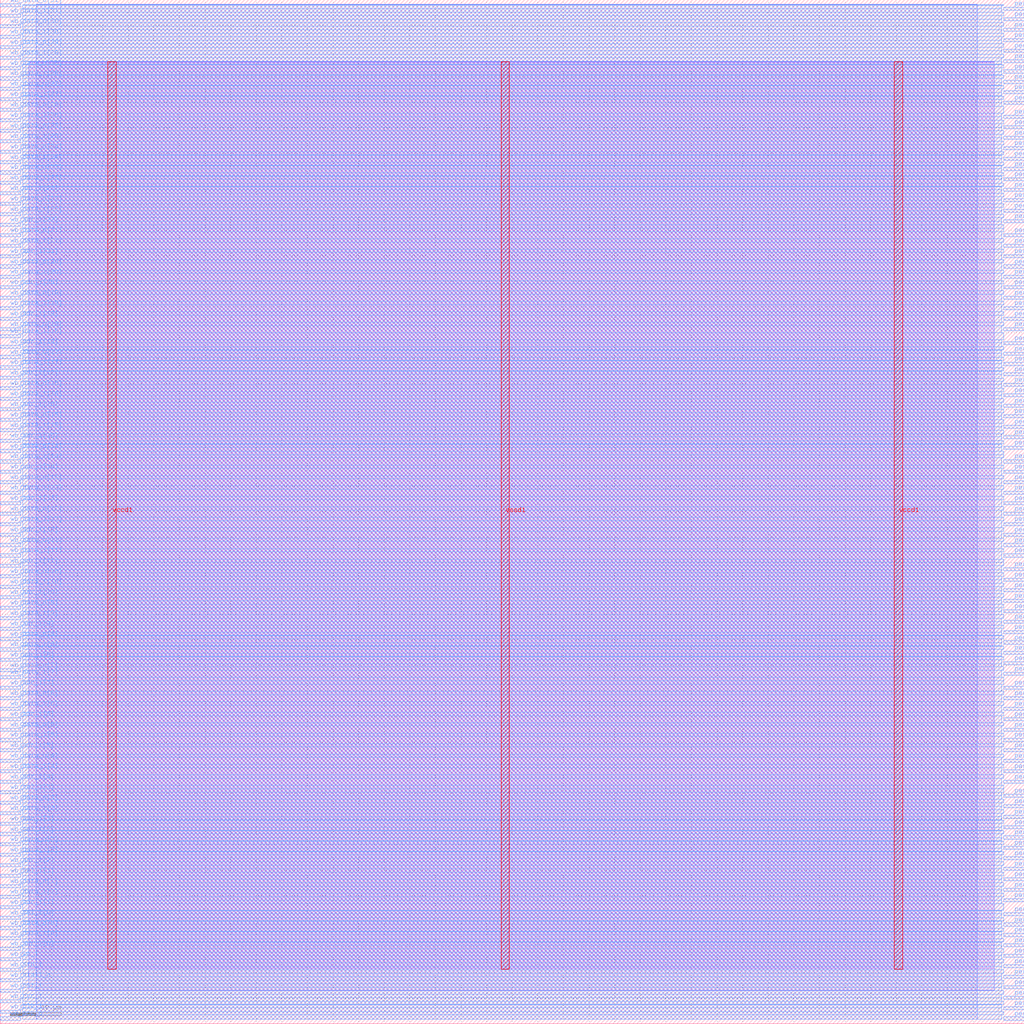
<source format=lef>
VERSION 5.7 ;
  NOWIREEXTENSIONATPIN ON ;
  DIVIDERCHAR "/" ;
  BUSBITCHARS "[]" ;
MACRO WBPeripheralBusInterface
  CLASS BLOCK ;
  FOREIGN WBPeripheralBusInterface ;
  ORIGIN 0.000 0.000 ;
  SIZE 200.000 BY 200.000 ;
  PIN peripheralBus_address[0]
    DIRECTION OUTPUT TRISTATE ;
    USE SIGNAL ;
    PORT
      LAYER met3 ;
        RECT 196.000 6.840 200.000 7.440 ;
    END
  END peripheralBus_address[0]
  PIN peripheralBus_address[10]
    DIRECTION OUTPUT TRISTATE ;
    USE SIGNAL ;
    PORT
      LAYER met3 ;
        RECT 196.000 78.240 200.000 78.840 ;
    END
  END peripheralBus_address[10]
  PIN peripheralBus_address[11]
    DIRECTION OUTPUT TRISTATE ;
    USE SIGNAL ;
    PORT
      LAYER met3 ;
        RECT 196.000 84.360 200.000 84.960 ;
    END
  END peripheralBus_address[11]
  PIN peripheralBus_address[12]
    DIRECTION OUTPUT TRISTATE ;
    USE SIGNAL ;
    PORT
      LAYER met3 ;
        RECT 196.000 91.160 200.000 91.760 ;
    END
  END peripheralBus_address[12]
  PIN peripheralBus_address[13]
    DIRECTION OUTPUT TRISTATE ;
    USE SIGNAL ;
    PORT
      LAYER met3 ;
        RECT 196.000 97.280 200.000 97.880 ;
    END
  END peripheralBus_address[13]
  PIN peripheralBus_address[14]
    DIRECTION OUTPUT TRISTATE ;
    USE SIGNAL ;
    PORT
      LAYER met3 ;
        RECT 196.000 103.400 200.000 104.000 ;
    END
  END peripheralBus_address[14]
  PIN peripheralBus_address[15]
    DIRECTION OUTPUT TRISTATE ;
    USE SIGNAL ;
    PORT
      LAYER met3 ;
        RECT 196.000 109.520 200.000 110.120 ;
    END
  END peripheralBus_address[15]
  PIN peripheralBus_address[16]
    DIRECTION OUTPUT TRISTATE ;
    USE SIGNAL ;
    PORT
      LAYER met3 ;
        RECT 196.000 116.320 200.000 116.920 ;
    END
  END peripheralBus_address[16]
  PIN peripheralBus_address[17]
    DIRECTION OUTPUT TRISTATE ;
    USE SIGNAL ;
    PORT
      LAYER met3 ;
        RECT 196.000 122.440 200.000 123.040 ;
    END
  END peripheralBus_address[17]
  PIN peripheralBus_address[18]
    DIRECTION OUTPUT TRISTATE ;
    USE SIGNAL ;
    PORT
      LAYER met3 ;
        RECT 196.000 128.560 200.000 129.160 ;
    END
  END peripheralBus_address[18]
  PIN peripheralBus_address[19]
    DIRECTION OUTPUT TRISTATE ;
    USE SIGNAL ;
    PORT
      LAYER met3 ;
        RECT 196.000 135.360 200.000 135.960 ;
    END
  END peripheralBus_address[19]
  PIN peripheralBus_address[1]
    DIRECTION OUTPUT TRISTATE ;
    USE SIGNAL ;
    PORT
      LAYER met3 ;
        RECT 196.000 15.000 200.000 15.600 ;
    END
  END peripheralBus_address[1]
  PIN peripheralBus_address[20]
    DIRECTION OUTPUT TRISTATE ;
    USE SIGNAL ;
    PORT
      LAYER met3 ;
        RECT 196.000 141.480 200.000 142.080 ;
    END
  END peripheralBus_address[20]
  PIN peripheralBus_address[21]
    DIRECTION OUTPUT TRISTATE ;
    USE SIGNAL ;
    PORT
      LAYER met3 ;
        RECT 196.000 147.600 200.000 148.200 ;
    END
  END peripheralBus_address[21]
  PIN peripheralBus_address[22]
    DIRECTION OUTPUT TRISTATE ;
    USE SIGNAL ;
    PORT
      LAYER met3 ;
        RECT 196.000 153.720 200.000 154.320 ;
    END
  END peripheralBus_address[22]
  PIN peripheralBus_address[23]
    DIRECTION OUTPUT TRISTATE ;
    USE SIGNAL ;
    PORT
      LAYER met3 ;
        RECT 196.000 160.520 200.000 161.120 ;
    END
  END peripheralBus_address[23]
  PIN peripheralBus_address[2]
    DIRECTION OUTPUT TRISTATE ;
    USE SIGNAL ;
    PORT
      LAYER met3 ;
        RECT 196.000 23.840 200.000 24.440 ;
    END
  END peripheralBus_address[2]
  PIN peripheralBus_address[3]
    DIRECTION OUTPUT TRISTATE ;
    USE SIGNAL ;
    PORT
      LAYER met3 ;
        RECT 196.000 32.000 200.000 32.600 ;
    END
  END peripheralBus_address[3]
  PIN peripheralBus_address[4]
    DIRECTION OUTPUT TRISTATE ;
    USE SIGNAL ;
    PORT
      LAYER met3 ;
        RECT 196.000 40.160 200.000 40.760 ;
    END
  END peripheralBus_address[4]
  PIN peripheralBus_address[5]
    DIRECTION OUTPUT TRISTATE ;
    USE SIGNAL ;
    PORT
      LAYER met3 ;
        RECT 196.000 46.960 200.000 47.560 ;
    END
  END peripheralBus_address[5]
  PIN peripheralBus_address[6]
    DIRECTION OUTPUT TRISTATE ;
    USE SIGNAL ;
    PORT
      LAYER met3 ;
        RECT 196.000 53.080 200.000 53.680 ;
    END
  END peripheralBus_address[6]
  PIN peripheralBus_address[7]
    DIRECTION OUTPUT TRISTATE ;
    USE SIGNAL ;
    PORT
      LAYER met3 ;
        RECT 196.000 59.200 200.000 59.800 ;
    END
  END peripheralBus_address[7]
  PIN peripheralBus_address[8]
    DIRECTION OUTPUT TRISTATE ;
    USE SIGNAL ;
    PORT
      LAYER met3 ;
        RECT 196.000 65.320 200.000 65.920 ;
    END
  END peripheralBus_address[8]
  PIN peripheralBus_address[9]
    DIRECTION OUTPUT TRISTATE ;
    USE SIGNAL ;
    PORT
      LAYER met3 ;
        RECT 196.000 72.120 200.000 72.720 ;
    END
  END peripheralBus_address[9]
  PIN peripheralBus_busy
    DIRECTION INPUT ;
    USE SIGNAL ;
    PORT
      LAYER met3 ;
        RECT 196.000 0.720 200.000 1.320 ;
    END
  END peripheralBus_busy
  PIN peripheralBus_byteSelect[0]
    DIRECTION OUTPUT TRISTATE ;
    USE SIGNAL ;
    PORT
      LAYER met3 ;
        RECT 196.000 8.880 200.000 9.480 ;
    END
  END peripheralBus_byteSelect[0]
  PIN peripheralBus_byteSelect[1]
    DIRECTION OUTPUT TRISTATE ;
    USE SIGNAL ;
    PORT
      LAYER met3 ;
        RECT 196.000 17.040 200.000 17.640 ;
    END
  END peripheralBus_byteSelect[1]
  PIN peripheralBus_byteSelect[2]
    DIRECTION OUTPUT TRISTATE ;
    USE SIGNAL ;
    PORT
      LAYER met3 ;
        RECT 196.000 25.880 200.000 26.480 ;
    END
  END peripheralBus_byteSelect[2]
  PIN peripheralBus_byteSelect[3]
    DIRECTION OUTPUT TRISTATE ;
    USE SIGNAL ;
    PORT
      LAYER met3 ;
        RECT 196.000 34.040 200.000 34.640 ;
    END
  END peripheralBus_byteSelect[3]
  PIN peripheralBus_dataRead[0]
    DIRECTION INPUT ;
    USE SIGNAL ;
    PORT
      LAYER met3 ;
        RECT 196.000 10.920 200.000 11.520 ;
    END
  END peripheralBus_dataRead[0]
  PIN peripheralBus_dataRead[10]
    DIRECTION INPUT ;
    USE SIGNAL ;
    PORT
      LAYER met3 ;
        RECT 196.000 80.280 200.000 80.880 ;
    END
  END peripheralBus_dataRead[10]
  PIN peripheralBus_dataRead[11]
    DIRECTION INPUT ;
    USE SIGNAL ;
    PORT
      LAYER met3 ;
        RECT 196.000 86.400 200.000 87.000 ;
    END
  END peripheralBus_dataRead[11]
  PIN peripheralBus_dataRead[12]
    DIRECTION INPUT ;
    USE SIGNAL ;
    PORT
      LAYER met3 ;
        RECT 196.000 93.200 200.000 93.800 ;
    END
  END peripheralBus_dataRead[12]
  PIN peripheralBus_dataRead[13]
    DIRECTION INPUT ;
    USE SIGNAL ;
    PORT
      LAYER met3 ;
        RECT 196.000 99.320 200.000 99.920 ;
    END
  END peripheralBus_dataRead[13]
  PIN peripheralBus_dataRead[14]
    DIRECTION INPUT ;
    USE SIGNAL ;
    PORT
      LAYER met3 ;
        RECT 196.000 105.440 200.000 106.040 ;
    END
  END peripheralBus_dataRead[14]
  PIN peripheralBus_dataRead[15]
    DIRECTION INPUT ;
    USE SIGNAL ;
    PORT
      LAYER met3 ;
        RECT 196.000 112.240 200.000 112.840 ;
    END
  END peripheralBus_dataRead[15]
  PIN peripheralBus_dataRead[16]
    DIRECTION INPUT ;
    USE SIGNAL ;
    PORT
      LAYER met3 ;
        RECT 196.000 118.360 200.000 118.960 ;
    END
  END peripheralBus_dataRead[16]
  PIN peripheralBus_dataRead[17]
    DIRECTION INPUT ;
    USE SIGNAL ;
    PORT
      LAYER met3 ;
        RECT 196.000 124.480 200.000 125.080 ;
    END
  END peripheralBus_dataRead[17]
  PIN peripheralBus_dataRead[18]
    DIRECTION INPUT ;
    USE SIGNAL ;
    PORT
      LAYER met3 ;
        RECT 196.000 130.600 200.000 131.200 ;
    END
  END peripheralBus_dataRead[18]
  PIN peripheralBus_dataRead[19]
    DIRECTION INPUT ;
    USE SIGNAL ;
    PORT
      LAYER met3 ;
        RECT 196.000 137.400 200.000 138.000 ;
    END
  END peripheralBus_dataRead[19]
  PIN peripheralBus_dataRead[1]
    DIRECTION INPUT ;
    USE SIGNAL ;
    PORT
      LAYER met3 ;
        RECT 196.000 19.080 200.000 19.680 ;
    END
  END peripheralBus_dataRead[1]
  PIN peripheralBus_dataRead[20]
    DIRECTION INPUT ;
    USE SIGNAL ;
    PORT
      LAYER met3 ;
        RECT 196.000 143.520 200.000 144.120 ;
    END
  END peripheralBus_dataRead[20]
  PIN peripheralBus_dataRead[21]
    DIRECTION INPUT ;
    USE SIGNAL ;
    PORT
      LAYER met3 ;
        RECT 196.000 149.640 200.000 150.240 ;
    END
  END peripheralBus_dataRead[21]
  PIN peripheralBus_dataRead[22]
    DIRECTION INPUT ;
    USE SIGNAL ;
    PORT
      LAYER met3 ;
        RECT 196.000 156.440 200.000 157.040 ;
    END
  END peripheralBus_dataRead[22]
  PIN peripheralBus_dataRead[23]
    DIRECTION INPUT ;
    USE SIGNAL ;
    PORT
      LAYER met3 ;
        RECT 196.000 162.560 200.000 163.160 ;
    END
  END peripheralBus_dataRead[23]
  PIN peripheralBus_dataRead[24]
    DIRECTION INPUT ;
    USE SIGNAL ;
    PORT
      LAYER met3 ;
        RECT 196.000 166.640 200.000 167.240 ;
    END
  END peripheralBus_dataRead[24]
  PIN peripheralBus_dataRead[25]
    DIRECTION INPUT ;
    USE SIGNAL ;
    PORT
      LAYER met3 ;
        RECT 196.000 170.720 200.000 171.320 ;
    END
  END peripheralBus_dataRead[25]
  PIN peripheralBus_dataRead[26]
    DIRECTION INPUT ;
    USE SIGNAL ;
    PORT
      LAYER met3 ;
        RECT 196.000 174.800 200.000 175.400 ;
    END
  END peripheralBus_dataRead[26]
  PIN peripheralBus_dataRead[27]
    DIRECTION INPUT ;
    USE SIGNAL ;
    PORT
      LAYER met3 ;
        RECT 196.000 179.560 200.000 180.160 ;
    END
  END peripheralBus_dataRead[27]
  PIN peripheralBus_dataRead[28]
    DIRECTION INPUT ;
    USE SIGNAL ;
    PORT
      LAYER met3 ;
        RECT 196.000 183.640 200.000 184.240 ;
    END
  END peripheralBus_dataRead[28]
  PIN peripheralBus_dataRead[29]
    DIRECTION INPUT ;
    USE SIGNAL ;
    PORT
      LAYER met3 ;
        RECT 196.000 187.720 200.000 188.320 ;
    END
  END peripheralBus_dataRead[29]
  PIN peripheralBus_dataRead[2]
    DIRECTION INPUT ;
    USE SIGNAL ;
    PORT
      LAYER met3 ;
        RECT 196.000 27.920 200.000 28.520 ;
    END
  END peripheralBus_dataRead[2]
  PIN peripheralBus_dataRead[30]
    DIRECTION INPUT ;
    USE SIGNAL ;
    PORT
      LAYER met3 ;
        RECT 196.000 191.800 200.000 192.400 ;
    END
  END peripheralBus_dataRead[30]
  PIN peripheralBus_dataRead[31]
    DIRECTION INPUT ;
    USE SIGNAL ;
    PORT
      LAYER met3 ;
        RECT 196.000 195.880 200.000 196.480 ;
    END
  END peripheralBus_dataRead[31]
  PIN peripheralBus_dataRead[3]
    DIRECTION INPUT ;
    USE SIGNAL ;
    PORT
      LAYER met3 ;
        RECT 196.000 36.080 200.000 36.680 ;
    END
  END peripheralBus_dataRead[3]
  PIN peripheralBus_dataRead[4]
    DIRECTION INPUT ;
    USE SIGNAL ;
    PORT
      LAYER met3 ;
        RECT 196.000 42.200 200.000 42.800 ;
    END
  END peripheralBus_dataRead[4]
  PIN peripheralBus_dataRead[5]
    DIRECTION INPUT ;
    USE SIGNAL ;
    PORT
      LAYER met3 ;
        RECT 196.000 49.000 200.000 49.600 ;
    END
  END peripheralBus_dataRead[5]
  PIN peripheralBus_dataRead[6]
    DIRECTION INPUT ;
    USE SIGNAL ;
    PORT
      LAYER met3 ;
        RECT 196.000 55.120 200.000 55.720 ;
    END
  END peripheralBus_dataRead[6]
  PIN peripheralBus_dataRead[7]
    DIRECTION INPUT ;
    USE SIGNAL ;
    PORT
      LAYER met3 ;
        RECT 196.000 61.240 200.000 61.840 ;
    END
  END peripheralBus_dataRead[7]
  PIN peripheralBus_dataRead[8]
    DIRECTION INPUT ;
    USE SIGNAL ;
    PORT
      LAYER met3 ;
        RECT 196.000 68.040 200.000 68.640 ;
    END
  END peripheralBus_dataRead[8]
  PIN peripheralBus_dataRead[9]
    DIRECTION INPUT ;
    USE SIGNAL ;
    PORT
      LAYER met3 ;
        RECT 196.000 74.160 200.000 74.760 ;
    END
  END peripheralBus_dataRead[9]
  PIN peripheralBus_dataWrite[0]
    DIRECTION OUTPUT TRISTATE ;
    USE SIGNAL ;
    PORT
      LAYER met3 ;
        RECT 196.000 12.960 200.000 13.560 ;
    END
  END peripheralBus_dataWrite[0]
  PIN peripheralBus_dataWrite[10]
    DIRECTION OUTPUT TRISTATE ;
    USE SIGNAL ;
    PORT
      LAYER met3 ;
        RECT 196.000 82.320 200.000 82.920 ;
    END
  END peripheralBus_dataWrite[10]
  PIN peripheralBus_dataWrite[11]
    DIRECTION OUTPUT TRISTATE ;
    USE SIGNAL ;
    PORT
      LAYER met3 ;
        RECT 196.000 88.440 200.000 89.040 ;
    END
  END peripheralBus_dataWrite[11]
  PIN peripheralBus_dataWrite[12]
    DIRECTION OUTPUT TRISTATE ;
    USE SIGNAL ;
    PORT
      LAYER met3 ;
        RECT 196.000 95.240 200.000 95.840 ;
    END
  END peripheralBus_dataWrite[12]
  PIN peripheralBus_dataWrite[13]
    DIRECTION OUTPUT TRISTATE ;
    USE SIGNAL ;
    PORT
      LAYER met3 ;
        RECT 196.000 101.360 200.000 101.960 ;
    END
  END peripheralBus_dataWrite[13]
  PIN peripheralBus_dataWrite[14]
    DIRECTION OUTPUT TRISTATE ;
    USE SIGNAL ;
    PORT
      LAYER met3 ;
        RECT 196.000 107.480 200.000 108.080 ;
    END
  END peripheralBus_dataWrite[14]
  PIN peripheralBus_dataWrite[15]
    DIRECTION OUTPUT TRISTATE ;
    USE SIGNAL ;
    PORT
      LAYER met3 ;
        RECT 196.000 114.280 200.000 114.880 ;
    END
  END peripheralBus_dataWrite[15]
  PIN peripheralBus_dataWrite[16]
    DIRECTION OUTPUT TRISTATE ;
    USE SIGNAL ;
    PORT
      LAYER met3 ;
        RECT 196.000 120.400 200.000 121.000 ;
    END
  END peripheralBus_dataWrite[16]
  PIN peripheralBus_dataWrite[17]
    DIRECTION OUTPUT TRISTATE ;
    USE SIGNAL ;
    PORT
      LAYER met3 ;
        RECT 196.000 126.520 200.000 127.120 ;
    END
  END peripheralBus_dataWrite[17]
  PIN peripheralBus_dataWrite[18]
    DIRECTION OUTPUT TRISTATE ;
    USE SIGNAL ;
    PORT
      LAYER met3 ;
        RECT 196.000 132.640 200.000 133.240 ;
    END
  END peripheralBus_dataWrite[18]
  PIN peripheralBus_dataWrite[19]
    DIRECTION OUTPUT TRISTATE ;
    USE SIGNAL ;
    PORT
      LAYER met3 ;
        RECT 196.000 139.440 200.000 140.040 ;
    END
  END peripheralBus_dataWrite[19]
  PIN peripheralBus_dataWrite[1]
    DIRECTION OUTPUT TRISTATE ;
    USE SIGNAL ;
    PORT
      LAYER met3 ;
        RECT 196.000 21.120 200.000 21.720 ;
    END
  END peripheralBus_dataWrite[1]
  PIN peripheralBus_dataWrite[20]
    DIRECTION OUTPUT TRISTATE ;
    USE SIGNAL ;
    PORT
      LAYER met3 ;
        RECT 196.000 145.560 200.000 146.160 ;
    END
  END peripheralBus_dataWrite[20]
  PIN peripheralBus_dataWrite[21]
    DIRECTION OUTPUT TRISTATE ;
    USE SIGNAL ;
    PORT
      LAYER met3 ;
        RECT 196.000 151.680 200.000 152.280 ;
    END
  END peripheralBus_dataWrite[21]
  PIN peripheralBus_dataWrite[22]
    DIRECTION OUTPUT TRISTATE ;
    USE SIGNAL ;
    PORT
      LAYER met3 ;
        RECT 196.000 158.480 200.000 159.080 ;
    END
  END peripheralBus_dataWrite[22]
  PIN peripheralBus_dataWrite[23]
    DIRECTION OUTPUT TRISTATE ;
    USE SIGNAL ;
    PORT
      LAYER met3 ;
        RECT 196.000 164.600 200.000 165.200 ;
    END
  END peripheralBus_dataWrite[23]
  PIN peripheralBus_dataWrite[24]
    DIRECTION OUTPUT TRISTATE ;
    USE SIGNAL ;
    PORT
      LAYER met3 ;
        RECT 196.000 168.680 200.000 169.280 ;
    END
  END peripheralBus_dataWrite[24]
  PIN peripheralBus_dataWrite[25]
    DIRECTION OUTPUT TRISTATE ;
    USE SIGNAL ;
    PORT
      LAYER met3 ;
        RECT 196.000 172.760 200.000 173.360 ;
    END
  END peripheralBus_dataWrite[25]
  PIN peripheralBus_dataWrite[26]
    DIRECTION OUTPUT TRISTATE ;
    USE SIGNAL ;
    PORT
      LAYER met3 ;
        RECT 196.000 176.840 200.000 177.440 ;
    END
  END peripheralBus_dataWrite[26]
  PIN peripheralBus_dataWrite[27]
    DIRECTION OUTPUT TRISTATE ;
    USE SIGNAL ;
    PORT
      LAYER met3 ;
        RECT 196.000 181.600 200.000 182.200 ;
    END
  END peripheralBus_dataWrite[27]
  PIN peripheralBus_dataWrite[28]
    DIRECTION OUTPUT TRISTATE ;
    USE SIGNAL ;
    PORT
      LAYER met3 ;
        RECT 196.000 185.680 200.000 186.280 ;
    END
  END peripheralBus_dataWrite[28]
  PIN peripheralBus_dataWrite[29]
    DIRECTION OUTPUT TRISTATE ;
    USE SIGNAL ;
    PORT
      LAYER met3 ;
        RECT 196.000 189.760 200.000 190.360 ;
    END
  END peripheralBus_dataWrite[29]
  PIN peripheralBus_dataWrite[2]
    DIRECTION OUTPUT TRISTATE ;
    USE SIGNAL ;
    PORT
      LAYER met3 ;
        RECT 196.000 29.960 200.000 30.560 ;
    END
  END peripheralBus_dataWrite[2]
  PIN peripheralBus_dataWrite[30]
    DIRECTION OUTPUT TRISTATE ;
    USE SIGNAL ;
    PORT
      LAYER met3 ;
        RECT 196.000 193.840 200.000 194.440 ;
    END
  END peripheralBus_dataWrite[30]
  PIN peripheralBus_dataWrite[31]
    DIRECTION OUTPUT TRISTATE ;
    USE SIGNAL ;
    PORT
      LAYER met3 ;
        RECT 196.000 197.920 200.000 198.520 ;
    END
  END peripheralBus_dataWrite[31]
  PIN peripheralBus_dataWrite[3]
    DIRECTION OUTPUT TRISTATE ;
    USE SIGNAL ;
    PORT
      LAYER met3 ;
        RECT 196.000 38.120 200.000 38.720 ;
    END
  END peripheralBus_dataWrite[3]
  PIN peripheralBus_dataWrite[4]
    DIRECTION OUTPUT TRISTATE ;
    USE SIGNAL ;
    PORT
      LAYER met3 ;
        RECT 196.000 44.240 200.000 44.840 ;
    END
  END peripheralBus_dataWrite[4]
  PIN peripheralBus_dataWrite[5]
    DIRECTION OUTPUT TRISTATE ;
    USE SIGNAL ;
    PORT
      LAYER met3 ;
        RECT 196.000 51.040 200.000 51.640 ;
    END
  END peripheralBus_dataWrite[5]
  PIN peripheralBus_dataWrite[6]
    DIRECTION OUTPUT TRISTATE ;
    USE SIGNAL ;
    PORT
      LAYER met3 ;
        RECT 196.000 57.160 200.000 57.760 ;
    END
  END peripheralBus_dataWrite[6]
  PIN peripheralBus_dataWrite[7]
    DIRECTION OUTPUT TRISTATE ;
    USE SIGNAL ;
    PORT
      LAYER met3 ;
        RECT 196.000 63.280 200.000 63.880 ;
    END
  END peripheralBus_dataWrite[7]
  PIN peripheralBus_dataWrite[8]
    DIRECTION OUTPUT TRISTATE ;
    USE SIGNAL ;
    PORT
      LAYER met3 ;
        RECT 196.000 70.080 200.000 70.680 ;
    END
  END peripheralBus_dataWrite[8]
  PIN peripheralBus_dataWrite[9]
    DIRECTION OUTPUT TRISTATE ;
    USE SIGNAL ;
    PORT
      LAYER met3 ;
        RECT 196.000 76.200 200.000 76.800 ;
    END
  END peripheralBus_dataWrite[9]
  PIN peripheralBus_oe
    DIRECTION OUTPUT TRISTATE ;
    USE SIGNAL ;
    PORT
      LAYER met3 ;
        RECT 196.000 2.760 200.000 3.360 ;
    END
  END peripheralBus_oe
  PIN peripheralBus_we
    DIRECTION OUTPUT TRISTATE ;
    USE SIGNAL ;
    PORT
      LAYER met3 ;
        RECT 196.000 4.800 200.000 5.400 ;
    END
  END peripheralBus_we
  PIN vccd1
    DIRECTION INPUT ;
    USE POWER ;
    PORT
      LAYER met4 ;
        RECT 21.040 10.640 22.640 187.920 ;
    END
    PORT
      LAYER met4 ;
        RECT 174.640 10.640 176.240 187.920 ;
    END
  END vccd1
  PIN vssd1
    DIRECTION INPUT ;
    USE GROUND ;
    PORT
      LAYER met4 ;
        RECT 97.840 10.640 99.440 187.920 ;
    END
  END vssd1
  PIN wb_ack_o
    DIRECTION OUTPUT TRISTATE ;
    USE SIGNAL ;
    PORT
      LAYER met3 ;
        RECT 0.000 0.720 4.000 1.320 ;
    END
  END wb_ack_o
  PIN wb_adr_i[0]
    DIRECTION INPUT ;
    USE SIGNAL ;
    PORT
      LAYER met3 ;
        RECT 0.000 14.320 4.000 14.920 ;
    END
  END wb_adr_i[0]
  PIN wb_adr_i[10]
    DIRECTION INPUT ;
    USE SIGNAL ;
    PORT
      LAYER met3 ;
        RECT 0.000 83.000 4.000 83.600 ;
    END
  END wb_adr_i[10]
  PIN wb_adr_i[11]
    DIRECTION INPUT ;
    USE SIGNAL ;
    PORT
      LAYER met3 ;
        RECT 0.000 89.120 4.000 89.720 ;
    END
  END wb_adr_i[11]
  PIN wb_adr_i[12]
    DIRECTION INPUT ;
    USE SIGNAL ;
    PORT
      LAYER met3 ;
        RECT 0.000 95.240 4.000 95.840 ;
    END
  END wb_adr_i[12]
  PIN wb_adr_i[13]
    DIRECTION INPUT ;
    USE SIGNAL ;
    PORT
      LAYER met3 ;
        RECT 0.000 101.360 4.000 101.960 ;
    END
  END wb_adr_i[13]
  PIN wb_adr_i[14]
    DIRECTION INPUT ;
    USE SIGNAL ;
    PORT
      LAYER met3 ;
        RECT 0.000 107.480 4.000 108.080 ;
    END
  END wb_adr_i[14]
  PIN wb_adr_i[15]
    DIRECTION INPUT ;
    USE SIGNAL ;
    PORT
      LAYER met3 ;
        RECT 0.000 113.600 4.000 114.200 ;
    END
  END wb_adr_i[15]
  PIN wb_adr_i[16]
    DIRECTION INPUT ;
    USE SIGNAL ;
    PORT
      LAYER met3 ;
        RECT 0.000 119.720 4.000 120.320 ;
    END
  END wb_adr_i[16]
  PIN wb_adr_i[17]
    DIRECTION INPUT ;
    USE SIGNAL ;
    PORT
      LAYER met3 ;
        RECT 0.000 125.840 4.000 126.440 ;
    END
  END wb_adr_i[17]
  PIN wb_adr_i[18]
    DIRECTION INPUT ;
    USE SIGNAL ;
    PORT
      LAYER met3 ;
        RECT 0.000 131.960 4.000 132.560 ;
    END
  END wb_adr_i[18]
  PIN wb_adr_i[19]
    DIRECTION INPUT ;
    USE SIGNAL ;
    PORT
      LAYER met3 ;
        RECT 0.000 137.400 4.000 138.000 ;
    END
  END wb_adr_i[19]
  PIN wb_adr_i[1]
    DIRECTION INPUT ;
    USE SIGNAL ;
    PORT
      LAYER met3 ;
        RECT 0.000 22.480 4.000 23.080 ;
    END
  END wb_adr_i[1]
  PIN wb_adr_i[20]
    DIRECTION INPUT ;
    USE SIGNAL ;
    PORT
      LAYER met3 ;
        RECT 0.000 143.520 4.000 144.120 ;
    END
  END wb_adr_i[20]
  PIN wb_adr_i[21]
    DIRECTION INPUT ;
    USE SIGNAL ;
    PORT
      LAYER met3 ;
        RECT 0.000 149.640 4.000 150.240 ;
    END
  END wb_adr_i[21]
  PIN wb_adr_i[22]
    DIRECTION INPUT ;
    USE SIGNAL ;
    PORT
      LAYER met3 ;
        RECT 0.000 155.760 4.000 156.360 ;
    END
  END wb_adr_i[22]
  PIN wb_adr_i[23]
    DIRECTION INPUT ;
    USE SIGNAL ;
    PORT
      LAYER met3 ;
        RECT 0.000 161.880 4.000 162.480 ;
    END
  END wb_adr_i[23]
  PIN wb_adr_i[2]
    DIRECTION INPUT ;
    USE SIGNAL ;
    PORT
      LAYER met3 ;
        RECT 0.000 30.640 4.000 31.240 ;
    END
  END wb_adr_i[2]
  PIN wb_adr_i[3]
    DIRECTION INPUT ;
    USE SIGNAL ;
    PORT
      LAYER met3 ;
        RECT 0.000 38.800 4.000 39.400 ;
    END
  END wb_adr_i[3]
  PIN wb_adr_i[4]
    DIRECTION INPUT ;
    USE SIGNAL ;
    PORT
      LAYER met3 ;
        RECT 0.000 46.960 4.000 47.560 ;
    END
  END wb_adr_i[4]
  PIN wb_adr_i[5]
    DIRECTION INPUT ;
    USE SIGNAL ;
    PORT
      LAYER met3 ;
        RECT 0.000 53.080 4.000 53.680 ;
    END
  END wb_adr_i[5]
  PIN wb_adr_i[6]
    DIRECTION INPUT ;
    USE SIGNAL ;
    PORT
      LAYER met3 ;
        RECT 0.000 59.200 4.000 59.800 ;
    END
  END wb_adr_i[6]
  PIN wb_adr_i[7]
    DIRECTION INPUT ;
    USE SIGNAL ;
    PORT
      LAYER met3 ;
        RECT 0.000 65.320 4.000 65.920 ;
    END
  END wb_adr_i[7]
  PIN wb_adr_i[8]
    DIRECTION INPUT ;
    USE SIGNAL ;
    PORT
      LAYER met3 ;
        RECT 0.000 70.760 4.000 71.360 ;
    END
  END wb_adr_i[8]
  PIN wb_adr_i[9]
    DIRECTION INPUT ;
    USE SIGNAL ;
    PORT
      LAYER met3 ;
        RECT 0.000 76.880 4.000 77.480 ;
    END
  END wb_adr_i[9]
  PIN wb_clk_i
    DIRECTION INPUT ;
    USE SIGNAL ;
    PORT
      LAYER met3 ;
        RECT 0.000 2.080 4.000 2.680 ;
    END
  END wb_clk_i
  PIN wb_cyc_i
    DIRECTION INPUT ;
    USE SIGNAL ;
    PORT
      LAYER met3 ;
        RECT 0.000 4.120 4.000 4.720 ;
    END
  END wb_cyc_i
  PIN wb_data_i[0]
    DIRECTION INPUT ;
    USE SIGNAL ;
    PORT
      LAYER met3 ;
        RECT 0.000 16.360 4.000 16.960 ;
    END
  END wb_data_i[0]
  PIN wb_data_i[10]
    DIRECTION INPUT ;
    USE SIGNAL ;
    PORT
      LAYER met3 ;
        RECT 0.000 85.040 4.000 85.640 ;
    END
  END wb_data_i[10]
  PIN wb_data_i[11]
    DIRECTION INPUT ;
    USE SIGNAL ;
    PORT
      LAYER met3 ;
        RECT 0.000 91.160 4.000 91.760 ;
    END
  END wb_data_i[11]
  PIN wb_data_i[12]
    DIRECTION INPUT ;
    USE SIGNAL ;
    PORT
      LAYER met3 ;
        RECT 0.000 97.280 4.000 97.880 ;
    END
  END wb_data_i[12]
  PIN wb_data_i[13]
    DIRECTION INPUT ;
    USE SIGNAL ;
    PORT
      LAYER met3 ;
        RECT 0.000 103.400 4.000 104.000 ;
    END
  END wb_data_i[13]
  PIN wb_data_i[14]
    DIRECTION INPUT ;
    USE SIGNAL ;
    PORT
      LAYER met3 ;
        RECT 0.000 109.520 4.000 110.120 ;
    END
  END wb_data_i[14]
  PIN wb_data_i[15]
    DIRECTION INPUT ;
    USE SIGNAL ;
    PORT
      LAYER met3 ;
        RECT 0.000 115.640 4.000 116.240 ;
    END
  END wb_data_i[15]
  PIN wb_data_i[16]
    DIRECTION INPUT ;
    USE SIGNAL ;
    PORT
      LAYER met3 ;
        RECT 0.000 121.760 4.000 122.360 ;
    END
  END wb_data_i[16]
  PIN wb_data_i[17]
    DIRECTION INPUT ;
    USE SIGNAL ;
    PORT
      LAYER met3 ;
        RECT 0.000 127.880 4.000 128.480 ;
    END
  END wb_data_i[17]
  PIN wb_data_i[18]
    DIRECTION INPUT ;
    USE SIGNAL ;
    PORT
      LAYER met3 ;
        RECT 0.000 134.000 4.000 134.600 ;
    END
  END wb_data_i[18]
  PIN wb_data_i[19]
    DIRECTION INPUT ;
    USE SIGNAL ;
    PORT
      LAYER met3 ;
        RECT 0.000 139.440 4.000 140.040 ;
    END
  END wb_data_i[19]
  PIN wb_data_i[1]
    DIRECTION INPUT ;
    USE SIGNAL ;
    PORT
      LAYER met3 ;
        RECT 0.000 24.520 4.000 25.120 ;
    END
  END wb_data_i[1]
  PIN wb_data_i[20]
    DIRECTION INPUT ;
    USE SIGNAL ;
    PORT
      LAYER met3 ;
        RECT 0.000 145.560 4.000 146.160 ;
    END
  END wb_data_i[20]
  PIN wb_data_i[21]
    DIRECTION INPUT ;
    USE SIGNAL ;
    PORT
      LAYER met3 ;
        RECT 0.000 151.680 4.000 152.280 ;
    END
  END wb_data_i[21]
  PIN wb_data_i[22]
    DIRECTION INPUT ;
    USE SIGNAL ;
    PORT
      LAYER met3 ;
        RECT 0.000 157.800 4.000 158.400 ;
    END
  END wb_data_i[22]
  PIN wb_data_i[23]
    DIRECTION INPUT ;
    USE SIGNAL ;
    PORT
      LAYER met3 ;
        RECT 0.000 163.920 4.000 164.520 ;
    END
  END wb_data_i[23]
  PIN wb_data_i[24]
    DIRECTION INPUT ;
    USE SIGNAL ;
    PORT
      LAYER met3 ;
        RECT 0.000 168.000 4.000 168.600 ;
    END
  END wb_data_i[24]
  PIN wb_data_i[25]
    DIRECTION INPUT ;
    USE SIGNAL ;
    PORT
      LAYER met3 ;
        RECT 0.000 172.080 4.000 172.680 ;
    END
  END wb_data_i[25]
  PIN wb_data_i[26]
    DIRECTION INPUT ;
    USE SIGNAL ;
    PORT
      LAYER met3 ;
        RECT 0.000 176.160 4.000 176.760 ;
    END
  END wb_data_i[26]
  PIN wb_data_i[27]
    DIRECTION INPUT ;
    USE SIGNAL ;
    PORT
      LAYER met3 ;
        RECT 0.000 180.240 4.000 180.840 ;
    END
  END wb_data_i[27]
  PIN wb_data_i[28]
    DIRECTION INPUT ;
    USE SIGNAL ;
    PORT
      LAYER met3 ;
        RECT 0.000 184.320 4.000 184.920 ;
    END
  END wb_data_i[28]
  PIN wb_data_i[29]
    DIRECTION INPUT ;
    USE SIGNAL ;
    PORT
      LAYER met3 ;
        RECT 0.000 188.400 4.000 189.000 ;
    END
  END wb_data_i[29]
  PIN wb_data_i[2]
    DIRECTION INPUT ;
    USE SIGNAL ;
    PORT
      LAYER met3 ;
        RECT 0.000 32.680 4.000 33.280 ;
    END
  END wb_data_i[2]
  PIN wb_data_i[30]
    DIRECTION INPUT ;
    USE SIGNAL ;
    PORT
      LAYER met3 ;
        RECT 0.000 192.480 4.000 193.080 ;
    END
  END wb_data_i[30]
  PIN wb_data_i[31]
    DIRECTION INPUT ;
    USE SIGNAL ;
    PORT
      LAYER met3 ;
        RECT 0.000 196.560 4.000 197.160 ;
    END
  END wb_data_i[31]
  PIN wb_data_i[3]
    DIRECTION INPUT ;
    USE SIGNAL ;
    PORT
      LAYER met3 ;
        RECT 0.000 40.840 4.000 41.440 ;
    END
  END wb_data_i[3]
  PIN wb_data_i[4]
    DIRECTION INPUT ;
    USE SIGNAL ;
    PORT
      LAYER met3 ;
        RECT 0.000 49.000 4.000 49.600 ;
    END
  END wb_data_i[4]
  PIN wb_data_i[5]
    DIRECTION INPUT ;
    USE SIGNAL ;
    PORT
      LAYER met3 ;
        RECT 0.000 55.120 4.000 55.720 ;
    END
  END wb_data_i[5]
  PIN wb_data_i[6]
    DIRECTION INPUT ;
    USE SIGNAL ;
    PORT
      LAYER met3 ;
        RECT 0.000 61.240 4.000 61.840 ;
    END
  END wb_data_i[6]
  PIN wb_data_i[7]
    DIRECTION INPUT ;
    USE SIGNAL ;
    PORT
      LAYER met3 ;
        RECT 0.000 67.360 4.000 67.960 ;
    END
  END wb_data_i[7]
  PIN wb_data_i[8]
    DIRECTION INPUT ;
    USE SIGNAL ;
    PORT
      LAYER met3 ;
        RECT 0.000 72.800 4.000 73.400 ;
    END
  END wb_data_i[8]
  PIN wb_data_i[9]
    DIRECTION INPUT ;
    USE SIGNAL ;
    PORT
      LAYER met3 ;
        RECT 0.000 78.920 4.000 79.520 ;
    END
  END wb_data_i[9]
  PIN wb_data_o[0]
    DIRECTION OUTPUT TRISTATE ;
    USE SIGNAL ;
    PORT
      LAYER met3 ;
        RECT 0.000 18.400 4.000 19.000 ;
    END
  END wb_data_o[0]
  PIN wb_data_o[10]
    DIRECTION OUTPUT TRISTATE ;
    USE SIGNAL ;
    PORT
      LAYER met3 ;
        RECT 0.000 87.080 4.000 87.680 ;
    END
  END wb_data_o[10]
  PIN wb_data_o[11]
    DIRECTION OUTPUT TRISTATE ;
    USE SIGNAL ;
    PORT
      LAYER met3 ;
        RECT 0.000 93.200 4.000 93.800 ;
    END
  END wb_data_o[11]
  PIN wb_data_o[12]
    DIRECTION OUTPUT TRISTATE ;
    USE SIGNAL ;
    PORT
      LAYER met3 ;
        RECT 0.000 99.320 4.000 99.920 ;
    END
  END wb_data_o[12]
  PIN wb_data_o[13]
    DIRECTION OUTPUT TRISTATE ;
    USE SIGNAL ;
    PORT
      LAYER met3 ;
        RECT 0.000 105.440 4.000 106.040 ;
    END
  END wb_data_o[13]
  PIN wb_data_o[14]
    DIRECTION OUTPUT TRISTATE ;
    USE SIGNAL ;
    PORT
      LAYER met3 ;
        RECT 0.000 111.560 4.000 112.160 ;
    END
  END wb_data_o[14]
  PIN wb_data_o[15]
    DIRECTION OUTPUT TRISTATE ;
    USE SIGNAL ;
    PORT
      LAYER met3 ;
        RECT 0.000 117.680 4.000 118.280 ;
    END
  END wb_data_o[15]
  PIN wb_data_o[16]
    DIRECTION OUTPUT TRISTATE ;
    USE SIGNAL ;
    PORT
      LAYER met3 ;
        RECT 0.000 123.800 4.000 124.400 ;
    END
  END wb_data_o[16]
  PIN wb_data_o[17]
    DIRECTION OUTPUT TRISTATE ;
    USE SIGNAL ;
    PORT
      LAYER met3 ;
        RECT 0.000 129.920 4.000 130.520 ;
    END
  END wb_data_o[17]
  PIN wb_data_o[18]
    DIRECTION OUTPUT TRISTATE ;
    USE SIGNAL ;
    PORT
      LAYER met3 ;
        RECT 0.000 135.360 4.000 135.960 ;
    END
  END wb_data_o[18]
  PIN wb_data_o[19]
    DIRECTION OUTPUT TRISTATE ;
    USE SIGNAL ;
    PORT
      LAYER met3 ;
        RECT 0.000 141.480 4.000 142.080 ;
    END
  END wb_data_o[19]
  PIN wb_data_o[1]
    DIRECTION OUTPUT TRISTATE ;
    USE SIGNAL ;
    PORT
      LAYER met3 ;
        RECT 0.000 26.560 4.000 27.160 ;
    END
  END wb_data_o[1]
  PIN wb_data_o[20]
    DIRECTION OUTPUT TRISTATE ;
    USE SIGNAL ;
    PORT
      LAYER met3 ;
        RECT 0.000 147.600 4.000 148.200 ;
    END
  END wb_data_o[20]
  PIN wb_data_o[21]
    DIRECTION OUTPUT TRISTATE ;
    USE SIGNAL ;
    PORT
      LAYER met3 ;
        RECT 0.000 153.720 4.000 154.320 ;
    END
  END wb_data_o[21]
  PIN wb_data_o[22]
    DIRECTION OUTPUT TRISTATE ;
    USE SIGNAL ;
    PORT
      LAYER met3 ;
        RECT 0.000 159.840 4.000 160.440 ;
    END
  END wb_data_o[22]
  PIN wb_data_o[23]
    DIRECTION OUTPUT TRISTATE ;
    USE SIGNAL ;
    PORT
      LAYER met3 ;
        RECT 0.000 165.960 4.000 166.560 ;
    END
  END wb_data_o[23]
  PIN wb_data_o[24]
    DIRECTION OUTPUT TRISTATE ;
    USE SIGNAL ;
    PORT
      LAYER met3 ;
        RECT 0.000 170.040 4.000 170.640 ;
    END
  END wb_data_o[24]
  PIN wb_data_o[25]
    DIRECTION OUTPUT TRISTATE ;
    USE SIGNAL ;
    PORT
      LAYER met3 ;
        RECT 0.000 174.120 4.000 174.720 ;
    END
  END wb_data_o[25]
  PIN wb_data_o[26]
    DIRECTION OUTPUT TRISTATE ;
    USE SIGNAL ;
    PORT
      LAYER met3 ;
        RECT 0.000 178.200 4.000 178.800 ;
    END
  END wb_data_o[26]
  PIN wb_data_o[27]
    DIRECTION OUTPUT TRISTATE ;
    USE SIGNAL ;
    PORT
      LAYER met3 ;
        RECT 0.000 182.280 4.000 182.880 ;
    END
  END wb_data_o[27]
  PIN wb_data_o[28]
    DIRECTION OUTPUT TRISTATE ;
    USE SIGNAL ;
    PORT
      LAYER met3 ;
        RECT 0.000 186.360 4.000 186.960 ;
    END
  END wb_data_o[28]
  PIN wb_data_o[29]
    DIRECTION OUTPUT TRISTATE ;
    USE SIGNAL ;
    PORT
      LAYER met3 ;
        RECT 0.000 190.440 4.000 191.040 ;
    END
  END wb_data_o[29]
  PIN wb_data_o[2]
    DIRECTION OUTPUT TRISTATE ;
    USE SIGNAL ;
    PORT
      LAYER met3 ;
        RECT 0.000 34.720 4.000 35.320 ;
    END
  END wb_data_o[2]
  PIN wb_data_o[30]
    DIRECTION OUTPUT TRISTATE ;
    USE SIGNAL ;
    PORT
      LAYER met3 ;
        RECT 0.000 194.520 4.000 195.120 ;
    END
  END wb_data_o[30]
  PIN wb_data_o[31]
    DIRECTION OUTPUT TRISTATE ;
    USE SIGNAL ;
    PORT
      LAYER met3 ;
        RECT 0.000 198.600 4.000 199.200 ;
    END
  END wb_data_o[31]
  PIN wb_data_o[3]
    DIRECTION OUTPUT TRISTATE ;
    USE SIGNAL ;
    PORT
      LAYER met3 ;
        RECT 0.000 42.880 4.000 43.480 ;
    END
  END wb_data_o[3]
  PIN wb_data_o[4]
    DIRECTION OUTPUT TRISTATE ;
    USE SIGNAL ;
    PORT
      LAYER met3 ;
        RECT 0.000 51.040 4.000 51.640 ;
    END
  END wb_data_o[4]
  PIN wb_data_o[5]
    DIRECTION OUTPUT TRISTATE ;
    USE SIGNAL ;
    PORT
      LAYER met3 ;
        RECT 0.000 57.160 4.000 57.760 ;
    END
  END wb_data_o[5]
  PIN wb_data_o[6]
    DIRECTION OUTPUT TRISTATE ;
    USE SIGNAL ;
    PORT
      LAYER met3 ;
        RECT 0.000 63.280 4.000 63.880 ;
    END
  END wb_data_o[6]
  PIN wb_data_o[7]
    DIRECTION OUTPUT TRISTATE ;
    USE SIGNAL ;
    PORT
      LAYER met3 ;
        RECT 0.000 68.720 4.000 69.320 ;
    END
  END wb_data_o[7]
  PIN wb_data_o[8]
    DIRECTION OUTPUT TRISTATE ;
    USE SIGNAL ;
    PORT
      LAYER met3 ;
        RECT 0.000 74.840 4.000 75.440 ;
    END
  END wb_data_o[8]
  PIN wb_data_o[9]
    DIRECTION OUTPUT TRISTATE ;
    USE SIGNAL ;
    PORT
      LAYER met3 ;
        RECT 0.000 80.960 4.000 81.560 ;
    END
  END wb_data_o[9]
  PIN wb_rst_i
    DIRECTION INPUT ;
    USE SIGNAL ;
    PORT
      LAYER met3 ;
        RECT 0.000 6.160 4.000 6.760 ;
    END
  END wb_rst_i
  PIN wb_sel_i[0]
    DIRECTION INPUT ;
    USE SIGNAL ;
    PORT
      LAYER met3 ;
        RECT 0.000 20.440 4.000 21.040 ;
    END
  END wb_sel_i[0]
  PIN wb_sel_i[1]
    DIRECTION INPUT ;
    USE SIGNAL ;
    PORT
      LAYER met3 ;
        RECT 0.000 28.600 4.000 29.200 ;
    END
  END wb_sel_i[1]
  PIN wb_sel_i[2]
    DIRECTION INPUT ;
    USE SIGNAL ;
    PORT
      LAYER met3 ;
        RECT 0.000 36.760 4.000 37.360 ;
    END
  END wb_sel_i[2]
  PIN wb_sel_i[3]
    DIRECTION INPUT ;
    USE SIGNAL ;
    PORT
      LAYER met3 ;
        RECT 0.000 44.920 4.000 45.520 ;
    END
  END wb_sel_i[3]
  PIN wb_stall_o
    DIRECTION OUTPUT TRISTATE ;
    USE SIGNAL ;
    PORT
      LAYER met3 ;
        RECT 0.000 8.200 4.000 8.800 ;
    END
  END wb_stall_o
  PIN wb_stb_i
    DIRECTION INPUT ;
    USE SIGNAL ;
    PORT
      LAYER met3 ;
        RECT 0.000 10.240 4.000 10.840 ;
    END
  END wb_stb_i
  PIN wb_we_i
    DIRECTION INPUT ;
    USE SIGNAL ;
    PORT
      LAYER met3 ;
        RECT 0.000 12.280 4.000 12.880 ;
    END
  END wb_we_i
  OBS
      LAYER li1 ;
        RECT 5.520 10.795 194.120 187.765 ;
      LAYER met1 ;
        RECT 5.520 6.500 194.120 187.920 ;
      LAYER met2 ;
        RECT 6.990 0.835 190.810 199.085 ;
      LAYER met3 ;
        RECT 4.400 198.920 196.000 199.065 ;
        RECT 4.400 198.200 195.600 198.920 ;
        RECT 4.000 197.560 195.600 198.200 ;
        RECT 4.400 197.520 195.600 197.560 ;
        RECT 4.400 196.880 196.000 197.520 ;
        RECT 4.400 196.160 195.600 196.880 ;
        RECT 4.000 195.520 195.600 196.160 ;
        RECT 4.400 195.480 195.600 195.520 ;
        RECT 4.400 194.840 196.000 195.480 ;
        RECT 4.400 194.120 195.600 194.840 ;
        RECT 4.000 193.480 195.600 194.120 ;
        RECT 4.400 193.440 195.600 193.480 ;
        RECT 4.400 192.800 196.000 193.440 ;
        RECT 4.400 192.080 195.600 192.800 ;
        RECT 4.000 191.440 195.600 192.080 ;
        RECT 4.400 191.400 195.600 191.440 ;
        RECT 4.400 190.760 196.000 191.400 ;
        RECT 4.400 190.040 195.600 190.760 ;
        RECT 4.000 189.400 195.600 190.040 ;
        RECT 4.400 189.360 195.600 189.400 ;
        RECT 4.400 188.720 196.000 189.360 ;
        RECT 4.400 188.000 195.600 188.720 ;
        RECT 4.000 187.360 195.600 188.000 ;
        RECT 4.400 187.320 195.600 187.360 ;
        RECT 4.400 186.680 196.000 187.320 ;
        RECT 4.400 185.960 195.600 186.680 ;
        RECT 4.000 185.320 195.600 185.960 ;
        RECT 4.400 185.280 195.600 185.320 ;
        RECT 4.400 184.640 196.000 185.280 ;
        RECT 4.400 183.920 195.600 184.640 ;
        RECT 4.000 183.280 195.600 183.920 ;
        RECT 4.400 183.240 195.600 183.280 ;
        RECT 4.400 182.600 196.000 183.240 ;
        RECT 4.400 181.880 195.600 182.600 ;
        RECT 4.000 181.240 195.600 181.880 ;
        RECT 4.400 181.200 195.600 181.240 ;
        RECT 4.400 180.560 196.000 181.200 ;
        RECT 4.400 179.840 195.600 180.560 ;
        RECT 4.000 179.200 195.600 179.840 ;
        RECT 4.400 179.160 195.600 179.200 ;
        RECT 4.400 177.840 196.000 179.160 ;
        RECT 4.400 177.800 195.600 177.840 ;
        RECT 4.000 177.160 195.600 177.800 ;
        RECT 4.400 176.440 195.600 177.160 ;
        RECT 4.400 175.800 196.000 176.440 ;
        RECT 4.400 175.760 195.600 175.800 ;
        RECT 4.000 175.120 195.600 175.760 ;
        RECT 4.400 174.400 195.600 175.120 ;
        RECT 4.400 173.760 196.000 174.400 ;
        RECT 4.400 173.720 195.600 173.760 ;
        RECT 4.000 173.080 195.600 173.720 ;
        RECT 4.400 172.360 195.600 173.080 ;
        RECT 4.400 171.720 196.000 172.360 ;
        RECT 4.400 171.680 195.600 171.720 ;
        RECT 4.000 171.040 195.600 171.680 ;
        RECT 4.400 170.320 195.600 171.040 ;
        RECT 4.400 169.680 196.000 170.320 ;
        RECT 4.400 169.640 195.600 169.680 ;
        RECT 4.000 169.000 195.600 169.640 ;
        RECT 4.400 168.280 195.600 169.000 ;
        RECT 4.400 167.640 196.000 168.280 ;
        RECT 4.400 167.600 195.600 167.640 ;
        RECT 4.000 166.960 195.600 167.600 ;
        RECT 4.400 166.240 195.600 166.960 ;
        RECT 4.400 165.600 196.000 166.240 ;
        RECT 4.400 165.560 195.600 165.600 ;
        RECT 4.000 164.920 195.600 165.560 ;
        RECT 4.400 164.200 195.600 164.920 ;
        RECT 4.400 163.560 196.000 164.200 ;
        RECT 4.400 163.520 195.600 163.560 ;
        RECT 4.000 162.880 195.600 163.520 ;
        RECT 4.400 162.160 195.600 162.880 ;
        RECT 4.400 161.520 196.000 162.160 ;
        RECT 4.400 161.480 195.600 161.520 ;
        RECT 4.000 160.840 195.600 161.480 ;
        RECT 4.400 160.120 195.600 160.840 ;
        RECT 4.400 159.480 196.000 160.120 ;
        RECT 4.400 159.440 195.600 159.480 ;
        RECT 4.000 158.800 195.600 159.440 ;
        RECT 4.400 158.080 195.600 158.800 ;
        RECT 4.400 157.440 196.000 158.080 ;
        RECT 4.400 157.400 195.600 157.440 ;
        RECT 4.000 156.760 195.600 157.400 ;
        RECT 4.400 156.040 195.600 156.760 ;
        RECT 4.400 155.360 196.000 156.040 ;
        RECT 4.000 154.720 196.000 155.360 ;
        RECT 4.400 153.320 195.600 154.720 ;
        RECT 4.000 152.680 196.000 153.320 ;
        RECT 4.400 151.280 195.600 152.680 ;
        RECT 4.000 150.640 196.000 151.280 ;
        RECT 4.400 149.240 195.600 150.640 ;
        RECT 4.000 148.600 196.000 149.240 ;
        RECT 4.400 147.200 195.600 148.600 ;
        RECT 4.000 146.560 196.000 147.200 ;
        RECT 4.400 145.160 195.600 146.560 ;
        RECT 4.000 144.520 196.000 145.160 ;
        RECT 4.400 143.120 195.600 144.520 ;
        RECT 4.000 142.480 196.000 143.120 ;
        RECT 4.400 141.080 195.600 142.480 ;
        RECT 4.000 140.440 196.000 141.080 ;
        RECT 4.400 139.040 195.600 140.440 ;
        RECT 4.000 138.400 196.000 139.040 ;
        RECT 4.400 137.000 195.600 138.400 ;
        RECT 4.000 136.360 196.000 137.000 ;
        RECT 4.400 134.960 195.600 136.360 ;
        RECT 4.400 133.640 196.000 134.960 ;
        RECT 4.400 133.600 195.600 133.640 ;
        RECT 4.000 132.960 195.600 133.600 ;
        RECT 4.400 132.240 195.600 132.960 ;
        RECT 4.400 131.600 196.000 132.240 ;
        RECT 4.400 131.560 195.600 131.600 ;
        RECT 4.000 130.920 195.600 131.560 ;
        RECT 4.400 130.200 195.600 130.920 ;
        RECT 4.400 129.560 196.000 130.200 ;
        RECT 4.400 129.520 195.600 129.560 ;
        RECT 4.000 128.880 195.600 129.520 ;
        RECT 4.400 128.160 195.600 128.880 ;
        RECT 4.400 127.520 196.000 128.160 ;
        RECT 4.400 127.480 195.600 127.520 ;
        RECT 4.000 126.840 195.600 127.480 ;
        RECT 4.400 126.120 195.600 126.840 ;
        RECT 4.400 125.480 196.000 126.120 ;
        RECT 4.400 125.440 195.600 125.480 ;
        RECT 4.000 124.800 195.600 125.440 ;
        RECT 4.400 124.080 195.600 124.800 ;
        RECT 4.400 123.440 196.000 124.080 ;
        RECT 4.400 123.400 195.600 123.440 ;
        RECT 4.000 122.760 195.600 123.400 ;
        RECT 4.400 122.040 195.600 122.760 ;
        RECT 4.400 121.400 196.000 122.040 ;
        RECT 4.400 121.360 195.600 121.400 ;
        RECT 4.000 120.720 195.600 121.360 ;
        RECT 4.400 120.000 195.600 120.720 ;
        RECT 4.400 119.360 196.000 120.000 ;
        RECT 4.400 119.320 195.600 119.360 ;
        RECT 4.000 118.680 195.600 119.320 ;
        RECT 4.400 117.960 195.600 118.680 ;
        RECT 4.400 117.320 196.000 117.960 ;
        RECT 4.400 117.280 195.600 117.320 ;
        RECT 4.000 116.640 195.600 117.280 ;
        RECT 4.400 115.920 195.600 116.640 ;
        RECT 4.400 115.280 196.000 115.920 ;
        RECT 4.400 115.240 195.600 115.280 ;
        RECT 4.000 114.600 195.600 115.240 ;
        RECT 4.400 113.880 195.600 114.600 ;
        RECT 4.400 113.240 196.000 113.880 ;
        RECT 4.400 113.200 195.600 113.240 ;
        RECT 4.000 112.560 195.600 113.200 ;
        RECT 4.400 111.840 195.600 112.560 ;
        RECT 4.400 111.160 196.000 111.840 ;
        RECT 4.000 110.520 196.000 111.160 ;
        RECT 4.400 109.120 195.600 110.520 ;
        RECT 4.000 108.480 196.000 109.120 ;
        RECT 4.400 107.080 195.600 108.480 ;
        RECT 4.000 106.440 196.000 107.080 ;
        RECT 4.400 105.040 195.600 106.440 ;
        RECT 4.000 104.400 196.000 105.040 ;
        RECT 4.400 103.000 195.600 104.400 ;
        RECT 4.000 102.360 196.000 103.000 ;
        RECT 4.400 100.960 195.600 102.360 ;
        RECT 4.000 100.320 196.000 100.960 ;
        RECT 4.400 98.920 195.600 100.320 ;
        RECT 4.000 98.280 196.000 98.920 ;
        RECT 4.400 96.880 195.600 98.280 ;
        RECT 4.000 96.240 196.000 96.880 ;
        RECT 4.400 94.840 195.600 96.240 ;
        RECT 4.000 94.200 196.000 94.840 ;
        RECT 4.400 92.800 195.600 94.200 ;
        RECT 4.000 92.160 196.000 92.800 ;
        RECT 4.400 90.760 195.600 92.160 ;
        RECT 4.000 90.120 196.000 90.760 ;
        RECT 4.400 89.440 196.000 90.120 ;
        RECT 4.400 88.720 195.600 89.440 ;
        RECT 4.000 88.080 195.600 88.720 ;
        RECT 4.400 88.040 195.600 88.080 ;
        RECT 4.400 87.400 196.000 88.040 ;
        RECT 4.400 86.680 195.600 87.400 ;
        RECT 4.000 86.040 195.600 86.680 ;
        RECT 4.400 86.000 195.600 86.040 ;
        RECT 4.400 85.360 196.000 86.000 ;
        RECT 4.400 84.640 195.600 85.360 ;
        RECT 4.000 84.000 195.600 84.640 ;
        RECT 4.400 83.960 195.600 84.000 ;
        RECT 4.400 83.320 196.000 83.960 ;
        RECT 4.400 82.600 195.600 83.320 ;
        RECT 4.000 81.960 195.600 82.600 ;
        RECT 4.400 81.920 195.600 81.960 ;
        RECT 4.400 81.280 196.000 81.920 ;
        RECT 4.400 80.560 195.600 81.280 ;
        RECT 4.000 79.920 195.600 80.560 ;
        RECT 4.400 79.880 195.600 79.920 ;
        RECT 4.400 79.240 196.000 79.880 ;
        RECT 4.400 78.520 195.600 79.240 ;
        RECT 4.000 77.880 195.600 78.520 ;
        RECT 4.400 77.840 195.600 77.880 ;
        RECT 4.400 77.200 196.000 77.840 ;
        RECT 4.400 76.480 195.600 77.200 ;
        RECT 4.000 75.840 195.600 76.480 ;
        RECT 4.400 75.800 195.600 75.840 ;
        RECT 4.400 75.160 196.000 75.800 ;
        RECT 4.400 74.440 195.600 75.160 ;
        RECT 4.000 73.800 195.600 74.440 ;
        RECT 4.400 73.760 195.600 73.800 ;
        RECT 4.400 73.120 196.000 73.760 ;
        RECT 4.400 72.400 195.600 73.120 ;
        RECT 4.000 71.760 195.600 72.400 ;
        RECT 4.400 71.720 195.600 71.760 ;
        RECT 4.400 71.080 196.000 71.720 ;
        RECT 4.400 70.360 195.600 71.080 ;
        RECT 4.000 69.720 195.600 70.360 ;
        RECT 4.400 69.680 195.600 69.720 ;
        RECT 4.400 69.040 196.000 69.680 ;
        RECT 4.400 67.640 195.600 69.040 ;
        RECT 4.400 66.960 196.000 67.640 ;
        RECT 4.000 66.320 196.000 66.960 ;
        RECT 4.400 64.920 195.600 66.320 ;
        RECT 4.000 64.280 196.000 64.920 ;
        RECT 4.400 62.880 195.600 64.280 ;
        RECT 4.000 62.240 196.000 62.880 ;
        RECT 4.400 60.840 195.600 62.240 ;
        RECT 4.000 60.200 196.000 60.840 ;
        RECT 4.400 58.800 195.600 60.200 ;
        RECT 4.000 58.160 196.000 58.800 ;
        RECT 4.400 56.760 195.600 58.160 ;
        RECT 4.000 56.120 196.000 56.760 ;
        RECT 4.400 54.720 195.600 56.120 ;
        RECT 4.000 54.080 196.000 54.720 ;
        RECT 4.400 52.680 195.600 54.080 ;
        RECT 4.000 52.040 196.000 52.680 ;
        RECT 4.400 50.640 195.600 52.040 ;
        RECT 4.000 50.000 196.000 50.640 ;
        RECT 4.400 48.600 195.600 50.000 ;
        RECT 4.000 47.960 196.000 48.600 ;
        RECT 4.400 46.560 195.600 47.960 ;
        RECT 4.000 45.920 196.000 46.560 ;
        RECT 4.400 45.240 196.000 45.920 ;
        RECT 4.400 44.520 195.600 45.240 ;
        RECT 4.000 43.880 195.600 44.520 ;
        RECT 4.400 43.840 195.600 43.880 ;
        RECT 4.400 43.200 196.000 43.840 ;
        RECT 4.400 42.480 195.600 43.200 ;
        RECT 4.000 41.840 195.600 42.480 ;
        RECT 4.400 41.800 195.600 41.840 ;
        RECT 4.400 41.160 196.000 41.800 ;
        RECT 4.400 40.440 195.600 41.160 ;
        RECT 4.000 39.800 195.600 40.440 ;
        RECT 4.400 39.760 195.600 39.800 ;
        RECT 4.400 39.120 196.000 39.760 ;
        RECT 4.400 38.400 195.600 39.120 ;
        RECT 4.000 37.760 195.600 38.400 ;
        RECT 4.400 37.720 195.600 37.760 ;
        RECT 4.400 37.080 196.000 37.720 ;
        RECT 4.400 36.360 195.600 37.080 ;
        RECT 4.000 35.720 195.600 36.360 ;
        RECT 4.400 35.680 195.600 35.720 ;
        RECT 4.400 35.040 196.000 35.680 ;
        RECT 4.400 34.320 195.600 35.040 ;
        RECT 4.000 33.680 195.600 34.320 ;
        RECT 4.400 33.640 195.600 33.680 ;
        RECT 4.400 33.000 196.000 33.640 ;
        RECT 4.400 32.280 195.600 33.000 ;
        RECT 4.000 31.640 195.600 32.280 ;
        RECT 4.400 31.600 195.600 31.640 ;
        RECT 4.400 30.960 196.000 31.600 ;
        RECT 4.400 30.240 195.600 30.960 ;
        RECT 4.000 29.600 195.600 30.240 ;
        RECT 4.400 29.560 195.600 29.600 ;
        RECT 4.400 28.920 196.000 29.560 ;
        RECT 4.400 28.200 195.600 28.920 ;
        RECT 4.000 27.560 195.600 28.200 ;
        RECT 4.400 27.520 195.600 27.560 ;
        RECT 4.400 26.880 196.000 27.520 ;
        RECT 4.400 26.160 195.600 26.880 ;
        RECT 4.000 25.520 195.600 26.160 ;
        RECT 4.400 25.480 195.600 25.520 ;
        RECT 4.400 24.840 196.000 25.480 ;
        RECT 4.400 24.120 195.600 24.840 ;
        RECT 4.000 23.480 195.600 24.120 ;
        RECT 4.400 23.440 195.600 23.480 ;
        RECT 4.400 22.120 196.000 23.440 ;
        RECT 4.400 22.080 195.600 22.120 ;
        RECT 4.000 21.440 195.600 22.080 ;
        RECT 4.400 20.720 195.600 21.440 ;
        RECT 4.400 20.080 196.000 20.720 ;
        RECT 4.400 20.040 195.600 20.080 ;
        RECT 4.000 19.400 195.600 20.040 ;
        RECT 4.400 18.680 195.600 19.400 ;
        RECT 4.400 18.040 196.000 18.680 ;
        RECT 4.400 18.000 195.600 18.040 ;
        RECT 4.000 17.360 195.600 18.000 ;
        RECT 4.400 16.640 195.600 17.360 ;
        RECT 4.400 16.000 196.000 16.640 ;
        RECT 4.400 15.960 195.600 16.000 ;
        RECT 4.000 15.320 195.600 15.960 ;
        RECT 4.400 14.600 195.600 15.320 ;
        RECT 4.400 13.960 196.000 14.600 ;
        RECT 4.400 13.920 195.600 13.960 ;
        RECT 4.000 13.280 195.600 13.920 ;
        RECT 4.400 12.560 195.600 13.280 ;
        RECT 4.400 11.920 196.000 12.560 ;
        RECT 4.400 11.880 195.600 11.920 ;
        RECT 4.000 11.240 195.600 11.880 ;
        RECT 4.400 10.520 195.600 11.240 ;
        RECT 4.400 9.880 196.000 10.520 ;
        RECT 4.400 9.840 195.600 9.880 ;
        RECT 4.000 9.200 195.600 9.840 ;
        RECT 4.400 8.480 195.600 9.200 ;
        RECT 4.400 7.840 196.000 8.480 ;
        RECT 4.400 7.800 195.600 7.840 ;
        RECT 4.000 7.160 195.600 7.800 ;
        RECT 4.400 6.440 195.600 7.160 ;
        RECT 4.400 5.800 196.000 6.440 ;
        RECT 4.400 5.760 195.600 5.800 ;
        RECT 4.000 5.120 195.600 5.760 ;
        RECT 4.400 4.400 195.600 5.120 ;
        RECT 4.400 3.760 196.000 4.400 ;
        RECT 4.400 3.720 195.600 3.760 ;
        RECT 4.000 3.080 195.600 3.720 ;
        RECT 4.400 2.360 195.600 3.080 ;
        RECT 4.400 1.720 196.000 2.360 ;
        RECT 4.400 0.855 195.600 1.720 ;
  END
END WBPeripheralBusInterface
END LIBRARY


</source>
